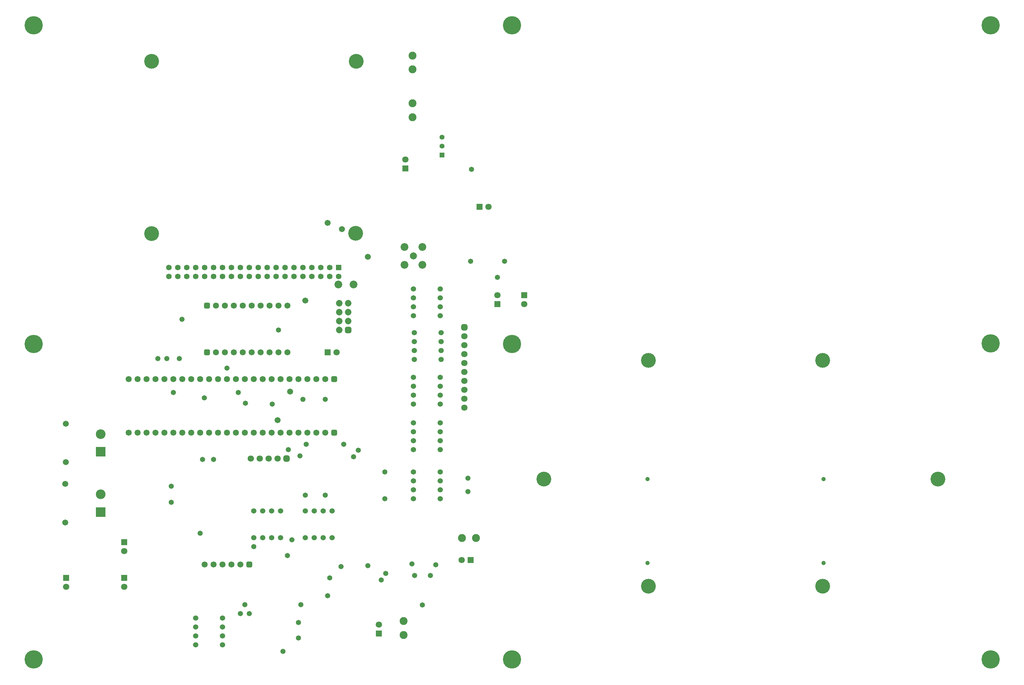
<source format=gbs>
%FSTAX23Y23*%
%MOIN*%
%SFA1B1*%

%IPPOS*%
%AMD42*
4,1,8,-0.015700,-0.035500,0.015700,-0.035500,0.035500,-0.015700,0.035500,0.015700,0.015700,0.035500,-0.015700,0.035500,-0.035500,0.015700,-0.035500,-0.015700,-0.015700,-0.035500,0.0*
1,1,0.039496,-0.015700,-0.015700*
1,1,0.039496,0.015700,-0.015700*
1,1,0.039496,0.015700,0.015700*
1,1,0.039496,-0.015700,0.015700*
%
%AMD56*
4,1,8,-0.036500,0.016200,-0.036500,-0.016200,-0.016200,-0.036500,0.016200,-0.036500,0.036500,-0.016200,0.036500,0.016200,0.016200,0.036500,-0.016200,0.036500,-0.036500,0.016200,0.0*
1,1,0.040480,-0.016200,0.016200*
1,1,0.040480,-0.016200,-0.016200*
1,1,0.040480,0.016200,-0.016200*
1,1,0.040480,0.016200,0.016200*
%
%AMD59*
4,1,8,0.035500,-0.015700,0.035500,0.015700,0.015700,0.035500,-0.015700,0.035500,-0.035500,0.015700,-0.035500,-0.015700,-0.015700,-0.035500,0.015700,-0.035500,0.035500,-0.015700,0.0*
1,1,0.039496,0.015700,-0.015700*
1,1,0.039496,0.015700,0.015700*
1,1,0.039496,-0.015700,0.015700*
1,1,0.039496,-0.015700,-0.015700*
%
%AMD61*
4,1,8,-0.015000,-0.033900,0.015000,-0.033900,0.033900,-0.015000,0.033900,0.015000,0.015000,0.033900,-0.015000,0.033900,-0.033900,0.015000,-0.033900,-0.015000,-0.015000,-0.033900,0.0*
1,1,0.037921,-0.015000,-0.015000*
1,1,0.037921,0.015000,-0.015000*
1,1,0.037921,0.015000,0.015000*
1,1,0.037921,-0.015000,0.015000*
%
%ADD41C,0.070992*%
G04~CAMADD=42~8~0.0~0.0~709.9~709.9~197.5~0.0~15~0.0~0.0~0.0~0.0~0~0.0~0.0~0.0~0.0~0~0.0~0.0~0.0~180.0~710.0~710.0*
%ADD42D42*%
%ADD43R,0.055000X0.055000*%
%ADD44C,0.055000*%
%ADD45C,0.071189*%
%ADD46R,0.071189X0.071189*%
%ADD47C,0.165480*%
%ADD48C,0.048000*%
%ADD49R,0.108393X0.108393*%
%ADD50C,0.108393*%
%ADD51C,0.067370*%
%ADD52R,0.071189X0.071189*%
%ADD53C,0.089000*%
%ADD54C,0.059181*%
%ADD55C,0.072960*%
G04~CAMADD=56~8~0.0~0.0~729.6~729.6~202.4~0.0~15~0.0~0.0~0.0~0.0~0~0.0~0.0~0.0~0.0~0~0.0~0.0~0.0~90.0~730.0~730.0*
%ADD56D56*%
%ADD57C,0.079000*%
%ADD58C,0.087000*%
G04~CAMADD=59~8~0.0~0.0~709.9~709.9~197.5~0.0~15~0.0~0.0~0.0~0.0~0~0.0~0.0~0.0~0.0~0~0.0~0.0~0.0~270.0~710.0~710.0*
%ADD59D59*%
%ADD60C,0.067842*%
G04~CAMADD=61~8~0.0~0.0~678.4~678.4~189.6~0.0~15~0.0~0.0~0.0~0.0~0~0.0~0.0~0.0~0.0~0~0.0~0.0~0.0~180.0~678.0~678.0*
%ADD61D61*%
%ADD62C,0.062724*%
%ADD63R,0.062724X0.062724*%
%ADD64C,0.058000*%
%ADD65C,0.067055*%
%ADD66C,0.086740*%
%ADD67C,0.204850*%
%LNmain-1*%
%LPD*%
G54D41*
X0279Y0246D03*
X0289D03*
X0269D03*
X0259D03*
X0498Y0303D03*
Y0313D03*
Y0343D03*
Y0363D03*
Y0383D03*
Y0373D03*
Y0353D03*
Y0333D03*
Y0323D03*
G54D42*
X0299Y0246D03*
G54D43*
X0473Y0586D03*
G54D44*
X0473Y0596D03*
Y0606D03*
G54D45*
X0432Y0581D03*
X0565Y0419D03*
X0525Y0528D03*
X0495Y01325D03*
X0355Y0365D03*
X01175Y01425D03*
Y01025D03*
X00525D03*
X04025Y006D03*
X0535Y0429D03*
G54D46*
X0432Y0571D03*
X0565Y0429D03*
X01175Y01525D03*
Y01125D03*
X00525D03*
X04025Y005D03*
X0535Y0419D03*
G54D47*
X0899Y0356D03*
Y0103D03*
X0704D03*
Y0356D03*
X1028Y0223D03*
X0587D03*
X0148Y0498D03*
Y0691D03*
X0377D03*
X03765Y04985D03*
G54D48*
X09Y0129D03*
Y0223D03*
X0703Y0129D03*
Y0223D03*
G54D49*
X00913Y02538D03*
X0091Y01863D03*
G54D50*
X00913Y02734D03*
X0091Y0206D03*
G54D51*
X0052Y02853D03*
Y0242D03*
X00516Y01745D03*
Y02178D03*
G54D52*
X0515Y0528D03*
X0505Y01325D03*
X0345Y0365D03*
G54D53*
X0511Y0157D03*
X04954D03*
X043Y00484D03*
Y0064D03*
X044Y0682D03*
Y06975D03*
Y06284D03*
Y0644D03*
G54D54*
X0471Y0201D03*
Y0211D03*
X0441Y0201D03*
Y0211D03*
X0471Y0231D03*
Y0221D03*
X0441D03*
Y0231D03*
X02925Y01875D03*
X02825D03*
Y01575D03*
X02925D03*
X02725Y01875D03*
X02625D03*
X02725Y01575D03*
X02625D03*
X0471Y0256D03*
Y0266D03*
X0441Y0256D03*
Y0266D03*
X0471Y0286D03*
Y0276D03*
X0441D03*
Y0286D03*
X0471Y0307D03*
Y0317D03*
X0441Y0307D03*
Y0317D03*
X0471Y0337D03*
Y0327D03*
X0441D03*
Y0337D03*
X0472Y0357D03*
Y0367D03*
X0442Y0357D03*
Y0367D03*
X0472Y0387D03*
Y0377D03*
X0442D03*
Y0387D03*
X0471Y0406D03*
Y0416D03*
X0441Y0406D03*
Y0416D03*
X0471Y0436D03*
Y0426D03*
X0441D03*
Y0436D03*
X02275Y00375D03*
Y00475D03*
X01975Y00375D03*
Y00475D03*
X02275Y00675D03*
Y00575D03*
X01975D03*
Y00675D03*
X035Y01875D03*
X034D03*
X035Y01575D03*
X034D03*
X032Y01875D03*
X033D03*
Y01575D03*
X032D03*
G54D55*
X0358Y042D03*
Y041D03*
X0368Y042D03*
Y041D03*
X0358Y039D03*
X0368Y04D03*
X0358D03*
G54D56*
X0368Y039D03*
G54D57*
X0441Y0473D03*
G54D58*
X0431Y0463D03*
X0451D03*
Y0483D03*
X0431D03*
G54D59*
X0498Y0393D03*
G54D60*
X01225Y0335D03*
X01325D03*
X01425D03*
X01525D03*
X01625D03*
X01725D03*
X01825D03*
X02125D03*
X02225D03*
X02325D03*
X02525D03*
X02725D03*
X02825D03*
X03025D03*
X03125D03*
X03225D03*
X03425D03*
X03325D03*
X02925D03*
X02625D03*
X02425D03*
X02025D03*
X01925D03*
X01225Y0275D03*
X01325D03*
X01425D03*
X01525D03*
X01625D03*
X01725D03*
X01825D03*
X02125D03*
X02225D03*
X02325D03*
X02525D03*
X02725D03*
X02825D03*
X03025D03*
X03125D03*
X03225D03*
X03425D03*
X03325D03*
X02925D03*
X02625D03*
X02425D03*
X02025D03*
X01925D03*
X027Y04175D03*
X023D03*
X022D03*
X024D03*
X025D03*
X026D03*
X028D03*
X029D03*
X03D03*
X027Y0365D03*
X023D03*
X022D03*
X024D03*
X025D03*
X026D03*
X028D03*
X029D03*
X03D03*
X02075Y01275D03*
X02175D03*
X02275D03*
X02475D03*
X02375D03*
G54D61*
X03525Y0335D03*
Y0275D03*
X021Y04175D03*
Y0365D03*
X02575Y01275D03*
G54D62*
X01675Y045D03*
Y046D03*
X01775Y045D03*
Y046D03*
X01875Y045D03*
Y046D03*
X01975Y045D03*
Y046D03*
X02075Y045D03*
Y046D03*
X02175Y045D03*
Y046D03*
X02275Y045D03*
Y046D03*
X02375Y045D03*
Y046D03*
X02475Y045D03*
Y046D03*
X02575Y045D03*
Y046D03*
X02675Y045D03*
Y046D03*
X02775Y045D03*
Y046D03*
X02875Y045D03*
Y046D03*
X02975Y045D03*
Y046D03*
X03075Y045D03*
Y046D03*
X03175Y045D03*
Y046D03*
X03275Y045D03*
Y046D03*
X03375Y045D03*
Y046D03*
X03475Y045D03*
Y046D03*
X03575Y045D03*
G54D63*
X03575Y046D03*
G54D64*
X0301Y0256D03*
X0506Y057D03*
X0535Y0449D03*
X0182Y0402D03*
X0543Y0467D03*
X0505D03*
X029Y039D03*
X0179Y0358D03*
X0155D03*
X0165D03*
X0502Y0209D03*
Y0224D03*
X0409Y0201D03*
Y0231D03*
X017Y0215D03*
Y0197D03*
X0451Y0082D03*
X0207Y0314D03*
X0283Y0307D03*
X0253Y0308D03*
X0374Y0248D03*
X0314Y0249D03*
X03795Y02555D03*
X04395Y0128D03*
X0321Y0262D03*
X0363D03*
X039Y0126D03*
X0466Y0127D03*
X0295Y003D03*
X02475Y00725D03*
X03125Y0045D03*
X02575Y00725D03*
X03425Y03125D03*
X03175D03*
X01725Y032D03*
X0245D03*
X04425Y0115D03*
X03475Y01125D03*
X046Y0115D03*
X0405Y011D03*
X041Y01175D03*
X036Y0125D03*
X0305Y0155D03*
X03Y01375D03*
X02025Y01625D03*
X02175Y0245D03*
X0205D03*
X03425Y0205D03*
X032D03*
X02325Y03475D03*
X0345Y00925D03*
X03125Y00625D03*
X0315Y00825D03*
X02625Y01475D03*
X02525Y00825D03*
G54D65*
X032Y0423D03*
X0289Y0289D03*
X0303Y0321D03*
X039Y0472D03*
X0361Y0503D03*
X0345Y051D03*
G54D66*
X0357Y0441D03*
X0374D03*
G54D67*
X05515Y03745D03*
Y0021D03*
Y07315D03*
X1087Y0021D03*
Y07315D03*
Y0375D03*
X0016Y03745D03*
Y07315D03*
Y0021D03*
M02*
</source>
